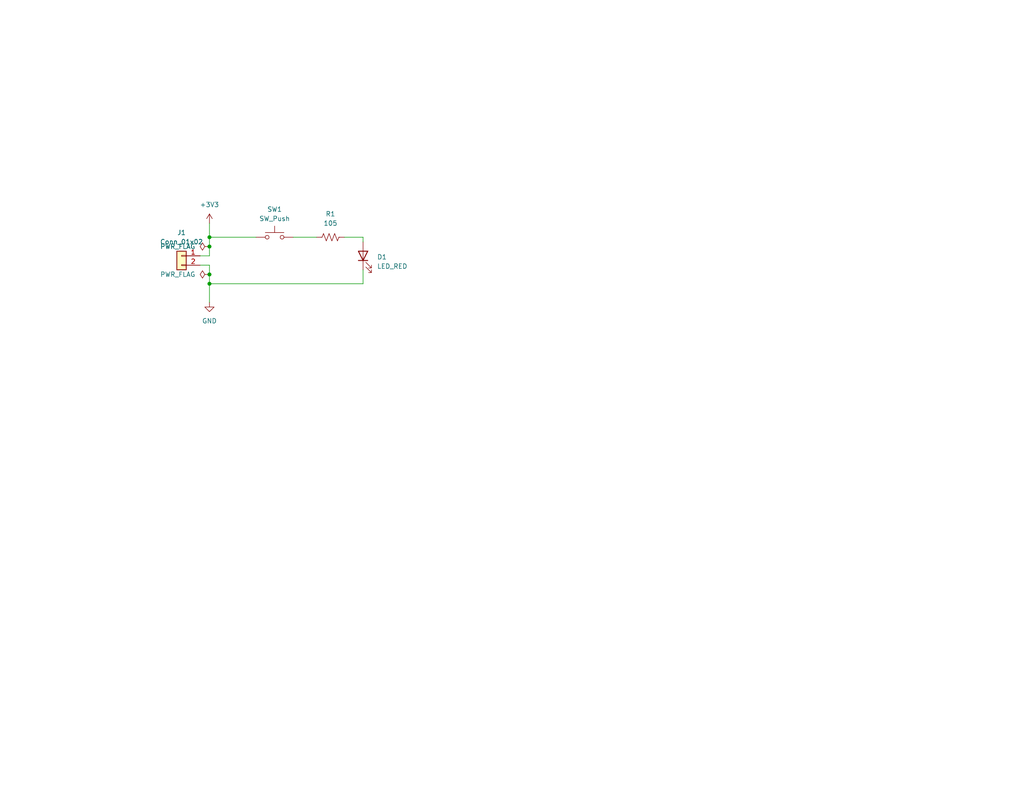
<source format=kicad_sch>
(kicad_sch (version 20231120) (generator "eeschema") (generator_version "8.0")
  (paper "USLetter")
  (title_block (title "prog1") (date "2024-09-16") (rev "1.0") (company "Illini Solar Car") (comment 1 "Designed By: Arthur Hon"))
  (lib_symbols
    (symbol "Connector_Generic:Conn_01x02" (pin_names (offset 1.016) hide)
      (property "Reference" "J" (at 0 2.54 0))
      (property "Value" "Conn_01x02" (at 0 -5.08 0))
      (symbol "Conn_01x02_1_1"
        (rectangle (start -1.27 -2.413) (end 0 -2.667) (stroke (width 0.1524)))
        (rectangle (start -1.27 0.127) (end 0 -0.127) (stroke (width 0.1524)))
        (rectangle (start -1.27 1.27) (end 1.27 -3.81) (stroke (width 0.254)) (fill (type background)))
        (pin passive line (at -5.08 0 0) (length 3.81) (name "Pin_1") (number "1"))
        (pin passive line (at -5.08 -2.54 0) (length 3.81) (name "Pin_2") (number "2"))
      )
    )
    (symbol "Device:LED" (pin_numbers hide) (pin_names (offset 1.016) hide)
      (property "Reference" "D" (at 0 2.54 0))
      (property "Value" "LED" (at 0 -2.54 0))
      (symbol "LED_0_1"
        (polyline (pts (xy -1.27 -1.27) (xy -1.27 1.27)) (stroke (width 0.254)))
        (polyline (pts (xy -1.27 0) (xy 1.27 0)))
        (polyline (pts (xy 1.27 -1.27) (xy 1.27 1.27) (xy -1.27 0) (xy 1.27 -1.27)) (stroke (width 0.254)))
        (polyline (pts (xy -3.048 -0.762) (xy -4.572 -2.286) (xy -3.81 -2.286) (xy -4.572 -2.286) (xy -4.572 -1.524)))
        (polyline (pts (xy -1.778 -0.762) (xy -3.302 -2.286) (xy -2.54 -2.286) (xy -3.302 -2.286) (xy -3.302 -1.524)))
      )
      (symbol "LED_1_1"
        (pin passive line (at -3.81 0 0) (length 2.54) (name "K") (number "1"))
        (pin passive line (at 3.81 0 180) (length 2.54) (name "A") (number "2"))
      )
    )
    (symbol "Switch:SW_Push" (pin_numbers hide) (pin_names (offset 1.016) hide)
      (property "Reference" "SW" (at 1.27 2.54 0))
      (property "Value" "SW_Push" (at 0 -1.524 0))
      (symbol "SW_Push_0_1"
        (circle (center -2.032 0) (radius 0.508))
        (polyline (pts (xy 0 1.27) (xy 0 3.048)))
        (polyline (pts (xy 2.54 1.27) (xy -2.54 1.27)))
        (circle (center 2.032 0) (radius 0.508))
        (pin passive line (at -5.08 0 0) (length 2.54) (name "1") (number "1"))
        (pin passive line (at 5.08 0 180) (length 2.54) (name "2") (number "2"))
      )
    )
    (symbol "device:R_US" (pin_numbers hide) (pin_names (offset 0))
      (property "Reference" "R" (at 2.54 0 90))
      (property "Value" "R_US" (at -2.54 0 90))
      (symbol "R_US_0_1"
        (polyline (pts (xy 0 -2.286) (xy 0 -2.54)))
        (polyline (pts (xy 0 2.286) (xy 0 2.54)))
        (polyline (pts (xy 0 -0.762) (xy 1.016 -1.143) (xy 0 -1.524) (xy -1.016 -1.905) (xy 0 -2.286)))
        (polyline (pts (xy 0 0.762) (xy 1.016 0.381) (xy 0 0) (xy -1.016 -0.381) (xy 0 -0.762)))
        (polyline (pts (xy 0 2.286) (xy 1.016 1.905) (xy 0 1.524) (xy -1.016 1.143) (xy 0 0.762)))
      )
      (symbol "R_US_1_1"
        (pin passive line (at 0 3.81 270) (length 1.27) (name "~") (number "1"))
        (pin passive line (at 0 -3.81 90) (length 1.27) (name "~") (number "2"))
      )
    )
    (symbol "power:+3V3" (power) (pin_names (offset 0))
      (property "Value" "+3V3" (at 0 3.556 0))
      (symbol "+3V3_0_1"
        (polyline (pts (xy -0.762 1.27) (xy 0 2.54)))
        (polyline (pts (xy 0 0) (xy 0 2.54)))
        (polyline (pts (xy 0 2.54) (xy 0.762 1.27)))
      )
      (symbol "+3V3_1_1"
        (pin power_in line (at 0 0 90) (length 0) hide (name "+3V3") (number "1"))
      )
    )
    (symbol "power:GND" (power) (pin_names (offset 0))
      (property "Value" "GND" (at 0 -3.81 0))
      (symbol "GND_0_1"
        (polyline (pts (xy 0 0) (xy 0 -1.27) (xy 1.27 -1.27) (xy 0 -2.54) (xy -1.27 -1.27) (xy 0 -1.27)))
      )
      (symbol "GND_1_1"
        (pin power_in line (at 0 0 270) (length 0) hide (name "GND") (number "1"))
      )
    )
    (symbol "power:PWR_FLAG" (power) (pin_numbers hide) (pin_names (offset 0) hide)
      (property "Value" "PWR_FLAG" (at 0 3.81 0))
      (symbol "PWR_FLAG_0_0"
        (pin power_out line (at 0 0 90) (length 0) (name "pwr") (number "1"))
      )
      (symbol "PWR_FLAG_0_1"
        (polyline (pts (xy 0 0) (xy 0 1.27) (xy -1.016 1.905) (xy 0 2.54) (xy 1.016 1.905) (xy 0 1.27)))
      )
    )
  )
  (junction (at 57.15 74.93))
  (junction (at 57.15 67.31))
  (junction (at 57.15 77.47))
  (junction (at 57.15 64.77))
  (wire (pts (xy 99.06 73.66) (xy 99.06 77.47)))
  (wire (pts (xy 57.15 77.47) (xy 99.06 77.47)))
  (wire (pts (xy 57.15 64.77) (xy 57.15 67.31)))
  (wire (pts (xy 57.15 77.47) (xy 57.15 82.55)))
  (wire (pts (xy 54.61 69.85) (xy 57.15 69.85)))
  (wire (pts (xy 80.01 64.77) (xy 86.36 64.77)))
  (wire (pts (xy 57.15 74.93) (xy 57.15 77.47)))
  (wire (pts (xy 57.15 64.77) (xy 69.85 64.77)))
  (wire (pts (xy 57.15 72.39) (xy 57.15 74.93)))
  (wire (pts (xy 57.15 60.96) (xy 57.15 64.77)))
  (wire (pts (xy 54.61 72.39) (xy 57.15 72.39)))
  (wire (pts (xy 93.98 64.77) (xy 99.06 64.77)))
  (wire (pts (xy 57.15 67.31) (xy 57.15 69.85)))
  (wire (pts (xy 99.06 64.77) (xy 99.06 66.04)))
  (symbol (lib_id "Connector_Generic:Conn_01x02") (at 49.53 69.85 0) (mirror y) (unit 1)
    (property "Reference" "J1" (at 49.53 63.5 0))
    (property "Value" "Conn_01x02" (at 49.53 66.04 0))
    (property "Footprint" "Connector_Molex:Molex_KK-254_AE-6410-02A_1x02_P2.54mm_Vertical" (effects (hide yes)))
    (property "Datasheet" "https://www.molex.com/content/dam/molex/molex-dot-com/products/automated/en-us/salesdrawingpdf/641/6410/022272021_sd.pdf?inline" (effects (hide yes)))
    (property "Description" "Generic connector, single row, 01x02, script generated (kicad-library-utils/schlib/autogen/connector/)" (effects (hide yes)))
    (property "MPN" "022272021" (effects (hide yes)))
  )
  (symbol (lib_id "Device:LED") (at 99.06 69.85 90) (unit 1)
    (property "Reference" "D1" (at 102.87 70.1674 90) (effects (justify right)))
    (property "Value" "LED_RED" (at 102.87 72.7074 90) (effects (justify right)))
    (property "Footprint" "layout:LED_0603_Symbol_on_F.SilkS" (effects (hide yes)))
    (property "Description" "Light emitting diode" (effects (hide yes)))
  )
  (symbol (lib_id "power:PWR_FLAG") (at 57.15 74.93 90) (unit 1)
    (property "Reference" "#FLG02" (effects (hide yes)))
    (property "Value" "PWR_FLAG" (at 53.34 74.9299 90) (effects (justify left)))
    (property "Description" "Special symbol for telling ERC where power comes from" (effects (hide yes)))
  )
  (symbol (lib_id "power:+3V3") (at 57.15 60.96 0) (unit 1)
    (property "Reference" "#PWR01" (effects (hide yes)))
    (property "Value" "+3V3" (at 57.15 55.88 0))
    (property "Description" "Power symbol creates a global label with name \"+3V3\"" (effects (hide yes)))
  )
  (symbol (lib_id "power:PWR_FLAG") (at 57.15 67.31 90) (unit 1)
    (property "Reference" "#FLG01" (effects (hide yes)))
    (property "Value" "PWR_FLAG" (at 53.34 67.3099 90) (effects (justify left)))
    (property "Description" "Special symbol for telling ERC where power comes from" (effects (hide yes)))
  )
  (symbol (lib_id "device:R_US") (at 90.17 64.77 270) (unit 1)
    (property "Reference" "R1" (at 90.17 58.42 90))
    (property "Value" "105" (at 90.17 60.96 90))
    (property "Footprint" "Resistor_SMD:R_0201_0603Metric_Pad0.64x0.40mm_HandSolder" (effects (hide yes)))
    (property "Description" "Resistor, US symbol" (effects (hide yes)))
  )
  (symbol (lib_id "Switch:SW_Push") (at 74.93 64.77 0) (unit 1)
    (property "Reference" "SW1" (at 74.93 57.15 0))
    (property "Value" "SW_Push" (at 74.93 59.69 0))
    (property "Footprint" "Button_Switch_SMD:SW_DIP_SPSTx01_Slide_6.7x4.1mm_W8.61mm_P2.54mm_LowProfile" (effects (hide yes)))
    (property "Datasheet" "https://www.te.com/usa-en/product-1825910-6.datasheet.pdf" (effects (hide yes)))
    (property "Description" "Push button switch, generic, two pins" (effects (hide yes)))
    (property "MPN" "1825910-6" (effects (hide yes)))
  )
  (symbol (lib_id "power:GND") (at 57.15 82.55 0) (unit 1)
    (property "Reference" "#PWR02" (effects (hide yes)))
    (property "Value" "GND" (at 57.15 87.63 0))
    (property "Description" "Power symbol creates a global label with name \"GND\" , ground" (effects (hide yes)))
  )
)
</source>
